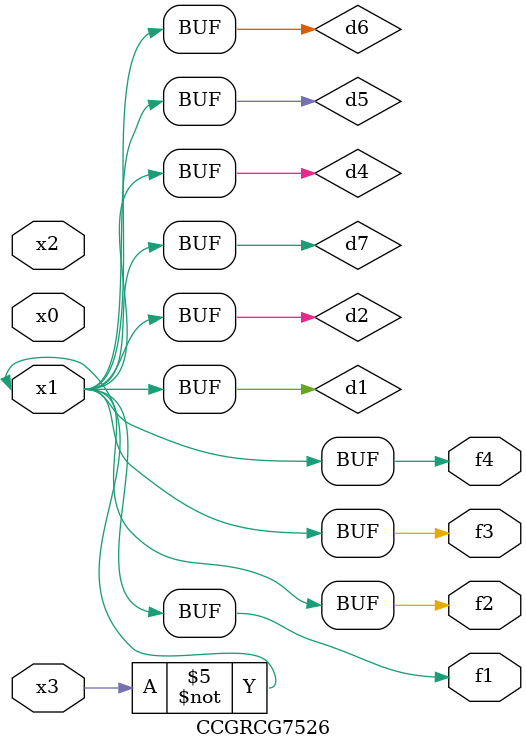
<source format=v>
module CCGRCG7526(
	input x0, x1, x2, x3,
	output f1, f2, f3, f4
);

	wire d1, d2, d3, d4, d5, d6, d7;

	not (d1, x3);
	buf (d2, x1);
	xnor (d3, d1, d2);
	nor (d4, d1);
	buf (d5, d1, d2);
	buf (d6, d4, d5);
	nand (d7, d4);
	assign f1 = d6;
	assign f2 = d7;
	assign f3 = d6;
	assign f4 = d6;
endmodule

</source>
